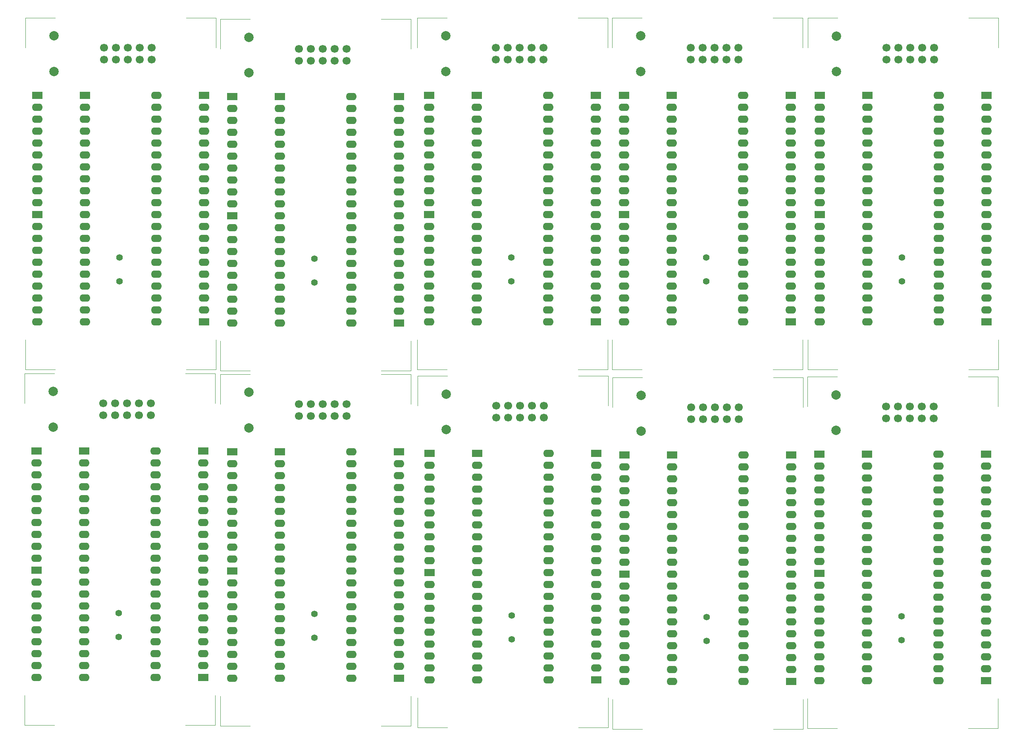
<source format=gbs>
G04 (created by PCBNEW (2013-07-07 BZR 4022)-stable) date 3/29/2015 8:23:09 PM*
%MOIN*%
G04 Gerber Fmt 3.4, Leading zero omitted, Abs format*
%FSLAX34Y34*%
G01*
G70*
G90*
G04 APERTURE LIST*
%ADD10C,0.00590551*%
%ADD11C,0.00393701*%
%ADD12C,0.0669291*%
%ADD13R,0.09X0.062*%
%ADD14O,0.09X0.062*%
%ADD15C,0.056*%
%ADD16C,0.0787402*%
G04 APERTURE END LIST*
G54D10*
G54D11*
X75601Y-24995D02*
X75601Y-27495D01*
X75601Y-24995D02*
X78101Y-24995D01*
X91601Y-24995D02*
X91601Y-27495D01*
X91601Y-24995D02*
X89101Y-24995D01*
X75601Y-54495D02*
X78101Y-54495D01*
X75601Y-54495D02*
X75601Y-51995D01*
X91601Y-54495D02*
X89101Y-54495D01*
X91601Y-54495D02*
X91601Y-51995D01*
X91947Y-24989D02*
X91947Y-27489D01*
X91947Y-24989D02*
X94447Y-24989D01*
X107947Y-24989D02*
X107947Y-27489D01*
X107947Y-24989D02*
X105447Y-24989D01*
X91947Y-54489D02*
X94447Y-54489D01*
X91947Y-54489D02*
X91947Y-51989D01*
X107947Y-54489D02*
X105447Y-54489D01*
X107947Y-54489D02*
X107947Y-51989D01*
X91985Y-55141D02*
X91985Y-57641D01*
X91985Y-55141D02*
X94485Y-55141D01*
X107985Y-55141D02*
X107985Y-57641D01*
X107985Y-55141D02*
X105485Y-55141D01*
X91985Y-84641D02*
X94485Y-84641D01*
X91985Y-84641D02*
X91985Y-82141D01*
X107985Y-84641D02*
X105485Y-84641D01*
X107985Y-84641D02*
X107985Y-82141D01*
X75632Y-55035D02*
X75632Y-57535D01*
X75632Y-55035D02*
X78132Y-55035D01*
X91632Y-55035D02*
X91632Y-57535D01*
X91632Y-55035D02*
X89132Y-55035D01*
X75632Y-84535D02*
X78132Y-84535D01*
X75632Y-84535D02*
X75632Y-82035D01*
X91632Y-84535D02*
X89132Y-84535D01*
X91632Y-84535D02*
X91632Y-82035D01*
X42622Y-54822D02*
X42622Y-57322D01*
X42622Y-54822D02*
X45122Y-54822D01*
X58622Y-54822D02*
X58622Y-57322D01*
X58622Y-54822D02*
X56122Y-54822D01*
X42622Y-84322D02*
X45122Y-84322D01*
X42622Y-84322D02*
X42622Y-81822D01*
X58622Y-84322D02*
X56122Y-84322D01*
X58622Y-84322D02*
X58622Y-81822D01*
X59055Y-54895D02*
X59055Y-57395D01*
X59055Y-54895D02*
X61555Y-54895D01*
X75055Y-54895D02*
X75055Y-57395D01*
X75055Y-54895D02*
X72555Y-54895D01*
X59055Y-84395D02*
X61555Y-84395D01*
X59055Y-84395D02*
X59055Y-81895D01*
X75055Y-84395D02*
X72555Y-84395D01*
X75055Y-84395D02*
X75055Y-81895D01*
X42679Y-24995D02*
X42679Y-27495D01*
X42679Y-24995D02*
X45179Y-24995D01*
X58679Y-24995D02*
X58679Y-27495D01*
X58679Y-24995D02*
X56179Y-24995D01*
X42679Y-54495D02*
X45179Y-54495D01*
X42679Y-54495D02*
X42679Y-51995D01*
X58679Y-54495D02*
X56179Y-54495D01*
X58679Y-54495D02*
X58679Y-51995D01*
X59050Y-25100D02*
X59050Y-27600D01*
X59050Y-25100D02*
X61550Y-25100D01*
X75050Y-25100D02*
X75050Y-27600D01*
X75050Y-25100D02*
X72550Y-25100D01*
X59050Y-54600D02*
X61550Y-54600D01*
X59050Y-54600D02*
X59050Y-52100D01*
X75050Y-54600D02*
X72550Y-54600D01*
X75050Y-54600D02*
X75050Y-52100D01*
X108350Y-55100D02*
X108350Y-57600D01*
X108350Y-55100D02*
X110850Y-55100D01*
X124350Y-55100D02*
X124350Y-57600D01*
X124350Y-55100D02*
X121850Y-55100D01*
X108350Y-84600D02*
X110850Y-84600D01*
X108350Y-84600D02*
X108350Y-82100D01*
X124350Y-84600D02*
X121850Y-84600D01*
X124350Y-84600D02*
X124350Y-82100D01*
X108400Y-25000D02*
X108400Y-27500D01*
X108400Y-25000D02*
X110900Y-25000D01*
X124400Y-25000D02*
X124400Y-27500D01*
X124400Y-25000D02*
X121900Y-25000D01*
X108400Y-54500D02*
X110900Y-54500D01*
X108400Y-54500D02*
X108400Y-52000D01*
X124400Y-54500D02*
X121900Y-54500D01*
X124400Y-54500D02*
X124400Y-52000D01*
G54D12*
X82201Y-28495D03*
X82201Y-27495D03*
X83201Y-28495D03*
X83201Y-27495D03*
X84201Y-28495D03*
X84201Y-27495D03*
X85201Y-28495D03*
X85201Y-27495D03*
X86201Y-28495D03*
X86201Y-27495D03*
G54D13*
X76601Y-31495D03*
G54D14*
X76601Y-32495D03*
X76601Y-33495D03*
X76601Y-34495D03*
X76601Y-35495D03*
X76601Y-36495D03*
X76601Y-37495D03*
X76601Y-38495D03*
X76601Y-39495D03*
X76601Y-40495D03*
G54D13*
X90601Y-31495D03*
G54D14*
X90601Y-32495D03*
X90601Y-33495D03*
X90601Y-34495D03*
X90601Y-35495D03*
X90601Y-36495D03*
X90601Y-37495D03*
X90601Y-38495D03*
X90601Y-39495D03*
X90601Y-40495D03*
G54D15*
X83501Y-47095D03*
X83501Y-45095D03*
G54D13*
X80601Y-31495D03*
G54D14*
X80601Y-32495D03*
X80601Y-33495D03*
X80601Y-34495D03*
X80601Y-35495D03*
X80601Y-36495D03*
X80601Y-37495D03*
X80601Y-38495D03*
X80601Y-39495D03*
X80601Y-40495D03*
X80601Y-41495D03*
X80601Y-42495D03*
X80601Y-43495D03*
X80601Y-44495D03*
X80601Y-45495D03*
X80601Y-46495D03*
X80601Y-47495D03*
X80601Y-48495D03*
X80601Y-49495D03*
X80601Y-50495D03*
X86601Y-50495D03*
X86601Y-49495D03*
X86601Y-48495D03*
X86601Y-47495D03*
X86601Y-46495D03*
X86601Y-45495D03*
X86601Y-44495D03*
X86601Y-43495D03*
X86601Y-42495D03*
X86601Y-41495D03*
X86601Y-40495D03*
X86601Y-39495D03*
X86601Y-38495D03*
X86601Y-37495D03*
X86601Y-36495D03*
X86601Y-35495D03*
X86601Y-34495D03*
X86601Y-33495D03*
X86601Y-32495D03*
X86601Y-31495D03*
G54D16*
X77997Y-29495D03*
X78001Y-26499D03*
G54D13*
X76601Y-41495D03*
G54D14*
X76601Y-42495D03*
X76601Y-43495D03*
X76601Y-44495D03*
X76601Y-45495D03*
X76601Y-46495D03*
X76601Y-47495D03*
X76601Y-48495D03*
X76601Y-49495D03*
X76601Y-50495D03*
G54D13*
X90601Y-50495D03*
G54D14*
X90601Y-49495D03*
X90601Y-48495D03*
X90601Y-47495D03*
X90601Y-46495D03*
X90601Y-45495D03*
X90601Y-44495D03*
X90601Y-43495D03*
X90601Y-42495D03*
X90601Y-41495D03*
G54D12*
X98547Y-28489D03*
X98547Y-27489D03*
X99547Y-28489D03*
X99547Y-27489D03*
X100547Y-28489D03*
X100547Y-27489D03*
X101547Y-28489D03*
X101547Y-27489D03*
X102547Y-28489D03*
X102547Y-27489D03*
G54D13*
X92947Y-31489D03*
G54D14*
X92947Y-32489D03*
X92947Y-33489D03*
X92947Y-34489D03*
X92947Y-35489D03*
X92947Y-36489D03*
X92947Y-37489D03*
X92947Y-38489D03*
X92947Y-39489D03*
X92947Y-40489D03*
G54D13*
X106947Y-31489D03*
G54D14*
X106947Y-32489D03*
X106947Y-33489D03*
X106947Y-34489D03*
X106947Y-35489D03*
X106947Y-36489D03*
X106947Y-37489D03*
X106947Y-38489D03*
X106947Y-39489D03*
X106947Y-40489D03*
G54D15*
X99847Y-47089D03*
X99847Y-45089D03*
G54D13*
X96947Y-31489D03*
G54D14*
X96947Y-32489D03*
X96947Y-33489D03*
X96947Y-34489D03*
X96947Y-35489D03*
X96947Y-36489D03*
X96947Y-37489D03*
X96947Y-38489D03*
X96947Y-39489D03*
X96947Y-40489D03*
X96947Y-41489D03*
X96947Y-42489D03*
X96947Y-43489D03*
X96947Y-44489D03*
X96947Y-45489D03*
X96947Y-46489D03*
X96947Y-47489D03*
X96947Y-48489D03*
X96947Y-49489D03*
X96947Y-50489D03*
X102947Y-50489D03*
X102947Y-49489D03*
X102947Y-48489D03*
X102947Y-47489D03*
X102947Y-46489D03*
X102947Y-45489D03*
X102947Y-44489D03*
X102947Y-43489D03*
X102947Y-42489D03*
X102947Y-41489D03*
X102947Y-40489D03*
X102947Y-39489D03*
X102947Y-38489D03*
X102947Y-37489D03*
X102947Y-36489D03*
X102947Y-35489D03*
X102947Y-34489D03*
X102947Y-33489D03*
X102947Y-32489D03*
X102947Y-31489D03*
G54D16*
X94343Y-29489D03*
X94347Y-26493D03*
G54D13*
X92947Y-41489D03*
G54D14*
X92947Y-42489D03*
X92947Y-43489D03*
X92947Y-44489D03*
X92947Y-45489D03*
X92947Y-46489D03*
X92947Y-47489D03*
X92947Y-48489D03*
X92947Y-49489D03*
X92947Y-50489D03*
G54D13*
X106947Y-50489D03*
G54D14*
X106947Y-49489D03*
X106947Y-48489D03*
X106947Y-47489D03*
X106947Y-46489D03*
X106947Y-45489D03*
X106947Y-44489D03*
X106947Y-43489D03*
X106947Y-42489D03*
X106947Y-41489D03*
G54D12*
X98585Y-58641D03*
X98585Y-57641D03*
X99585Y-58641D03*
X99585Y-57641D03*
X100585Y-58641D03*
X100585Y-57641D03*
X101585Y-58641D03*
X101585Y-57641D03*
X102585Y-58641D03*
X102585Y-57641D03*
G54D13*
X92985Y-61641D03*
G54D14*
X92985Y-62641D03*
X92985Y-63641D03*
X92985Y-64641D03*
X92985Y-65641D03*
X92985Y-66641D03*
X92985Y-67641D03*
X92985Y-68641D03*
X92985Y-69641D03*
X92985Y-70641D03*
G54D13*
X106985Y-61641D03*
G54D14*
X106985Y-62641D03*
X106985Y-63641D03*
X106985Y-64641D03*
X106985Y-65641D03*
X106985Y-66641D03*
X106985Y-67641D03*
X106985Y-68641D03*
X106985Y-69641D03*
X106985Y-70641D03*
G54D15*
X99885Y-77241D03*
X99885Y-75241D03*
G54D13*
X96985Y-61641D03*
G54D14*
X96985Y-62641D03*
X96985Y-63641D03*
X96985Y-64641D03*
X96985Y-65641D03*
X96985Y-66641D03*
X96985Y-67641D03*
X96985Y-68641D03*
X96985Y-69641D03*
X96985Y-70641D03*
X96985Y-71641D03*
X96985Y-72641D03*
X96985Y-73641D03*
X96985Y-74641D03*
X96985Y-75641D03*
X96985Y-76641D03*
X96985Y-77641D03*
X96985Y-78641D03*
X96985Y-79641D03*
X96985Y-80641D03*
X102985Y-80641D03*
X102985Y-79641D03*
X102985Y-78641D03*
X102985Y-77641D03*
X102985Y-76641D03*
X102985Y-75641D03*
X102985Y-74641D03*
X102985Y-73641D03*
X102985Y-72641D03*
X102985Y-71641D03*
X102985Y-70641D03*
X102985Y-69641D03*
X102985Y-68641D03*
X102985Y-67641D03*
X102985Y-66641D03*
X102985Y-65641D03*
X102985Y-64641D03*
X102985Y-63641D03*
X102985Y-62641D03*
X102985Y-61641D03*
G54D16*
X94381Y-59641D03*
X94385Y-56645D03*
G54D13*
X92985Y-71641D03*
G54D14*
X92985Y-72641D03*
X92985Y-73641D03*
X92985Y-74641D03*
X92985Y-75641D03*
X92985Y-76641D03*
X92985Y-77641D03*
X92985Y-78641D03*
X92985Y-79641D03*
X92985Y-80641D03*
G54D13*
X106985Y-80641D03*
G54D14*
X106985Y-79641D03*
X106985Y-78641D03*
X106985Y-77641D03*
X106985Y-76641D03*
X106985Y-75641D03*
X106985Y-74641D03*
X106985Y-73641D03*
X106985Y-72641D03*
X106985Y-71641D03*
G54D12*
X82232Y-58535D03*
X82232Y-57535D03*
X83232Y-58535D03*
X83232Y-57535D03*
X84232Y-58535D03*
X84232Y-57535D03*
X85232Y-58535D03*
X85232Y-57535D03*
X86232Y-58535D03*
X86232Y-57535D03*
G54D13*
X76632Y-61535D03*
G54D14*
X76632Y-62535D03*
X76632Y-63535D03*
X76632Y-64535D03*
X76632Y-65535D03*
X76632Y-66535D03*
X76632Y-67535D03*
X76632Y-68535D03*
X76632Y-69535D03*
X76632Y-70535D03*
G54D13*
X90632Y-61535D03*
G54D14*
X90632Y-62535D03*
X90632Y-63535D03*
X90632Y-64535D03*
X90632Y-65535D03*
X90632Y-66535D03*
X90632Y-67535D03*
X90632Y-68535D03*
X90632Y-69535D03*
X90632Y-70535D03*
G54D15*
X83532Y-77135D03*
X83532Y-75135D03*
G54D13*
X80632Y-61535D03*
G54D14*
X80632Y-62535D03*
X80632Y-63535D03*
X80632Y-64535D03*
X80632Y-65535D03*
X80632Y-66535D03*
X80632Y-67535D03*
X80632Y-68535D03*
X80632Y-69535D03*
X80632Y-70535D03*
X80632Y-71535D03*
X80632Y-72535D03*
X80632Y-73535D03*
X80632Y-74535D03*
X80632Y-75535D03*
X80632Y-76535D03*
X80632Y-77535D03*
X80632Y-78535D03*
X80632Y-79535D03*
X80632Y-80535D03*
X86632Y-80535D03*
X86632Y-79535D03*
X86632Y-78535D03*
X86632Y-77535D03*
X86632Y-76535D03*
X86632Y-75535D03*
X86632Y-74535D03*
X86632Y-73535D03*
X86632Y-72535D03*
X86632Y-71535D03*
X86632Y-70535D03*
X86632Y-69535D03*
X86632Y-68535D03*
X86632Y-67535D03*
X86632Y-66535D03*
X86632Y-65535D03*
X86632Y-64535D03*
X86632Y-63535D03*
X86632Y-62535D03*
X86632Y-61535D03*
G54D16*
X78028Y-59535D03*
X78032Y-56539D03*
G54D13*
X76632Y-71535D03*
G54D14*
X76632Y-72535D03*
X76632Y-73535D03*
X76632Y-74535D03*
X76632Y-75535D03*
X76632Y-76535D03*
X76632Y-77535D03*
X76632Y-78535D03*
X76632Y-79535D03*
X76632Y-80535D03*
G54D13*
X90632Y-80535D03*
G54D14*
X90632Y-79535D03*
X90632Y-78535D03*
X90632Y-77535D03*
X90632Y-76535D03*
X90632Y-75535D03*
X90632Y-74535D03*
X90632Y-73535D03*
X90632Y-72535D03*
X90632Y-71535D03*
G54D12*
X49222Y-58322D03*
X49222Y-57322D03*
X50222Y-58322D03*
X50222Y-57322D03*
X51222Y-58322D03*
X51222Y-57322D03*
X52222Y-58322D03*
X52222Y-57322D03*
X53222Y-58322D03*
X53222Y-57322D03*
G54D13*
X43622Y-61322D03*
G54D14*
X43622Y-62322D03*
X43622Y-63322D03*
X43622Y-64322D03*
X43622Y-65322D03*
X43622Y-66322D03*
X43622Y-67322D03*
X43622Y-68322D03*
X43622Y-69322D03*
X43622Y-70322D03*
G54D13*
X57622Y-61322D03*
G54D14*
X57622Y-62322D03*
X57622Y-63322D03*
X57622Y-64322D03*
X57622Y-65322D03*
X57622Y-66322D03*
X57622Y-67322D03*
X57622Y-68322D03*
X57622Y-69322D03*
X57622Y-70322D03*
G54D15*
X50522Y-76922D03*
X50522Y-74922D03*
G54D13*
X47622Y-61322D03*
G54D14*
X47622Y-62322D03*
X47622Y-63322D03*
X47622Y-64322D03*
X47622Y-65322D03*
X47622Y-66322D03*
X47622Y-67322D03*
X47622Y-68322D03*
X47622Y-69322D03*
X47622Y-70322D03*
X47622Y-71322D03*
X47622Y-72322D03*
X47622Y-73322D03*
X47622Y-74322D03*
X47622Y-75322D03*
X47622Y-76322D03*
X47622Y-77322D03*
X47622Y-78322D03*
X47622Y-79322D03*
X47622Y-80322D03*
X53622Y-80322D03*
X53622Y-79322D03*
X53622Y-78322D03*
X53622Y-77322D03*
X53622Y-76322D03*
X53622Y-75322D03*
X53622Y-74322D03*
X53622Y-73322D03*
X53622Y-72322D03*
X53622Y-71322D03*
X53622Y-70322D03*
X53622Y-69322D03*
X53622Y-68322D03*
X53622Y-67322D03*
X53622Y-66322D03*
X53622Y-65322D03*
X53622Y-64322D03*
X53622Y-63322D03*
X53622Y-62322D03*
X53622Y-61322D03*
G54D16*
X45018Y-59322D03*
X45022Y-56326D03*
G54D13*
X43622Y-71322D03*
G54D14*
X43622Y-72322D03*
X43622Y-73322D03*
X43622Y-74322D03*
X43622Y-75322D03*
X43622Y-76322D03*
X43622Y-77322D03*
X43622Y-78322D03*
X43622Y-79322D03*
X43622Y-80322D03*
G54D13*
X57622Y-80322D03*
G54D14*
X57622Y-79322D03*
X57622Y-78322D03*
X57622Y-77322D03*
X57622Y-76322D03*
X57622Y-75322D03*
X57622Y-74322D03*
X57622Y-73322D03*
X57622Y-72322D03*
X57622Y-71322D03*
G54D12*
X65655Y-58395D03*
X65655Y-57395D03*
X66655Y-58395D03*
X66655Y-57395D03*
X67655Y-58395D03*
X67655Y-57395D03*
X68655Y-58395D03*
X68655Y-57395D03*
X69655Y-58395D03*
X69655Y-57395D03*
G54D13*
X60055Y-61395D03*
G54D14*
X60055Y-62395D03*
X60055Y-63395D03*
X60055Y-64395D03*
X60055Y-65395D03*
X60055Y-66395D03*
X60055Y-67395D03*
X60055Y-68395D03*
X60055Y-69395D03*
X60055Y-70395D03*
G54D13*
X74055Y-61395D03*
G54D14*
X74055Y-62395D03*
X74055Y-63395D03*
X74055Y-64395D03*
X74055Y-65395D03*
X74055Y-66395D03*
X74055Y-67395D03*
X74055Y-68395D03*
X74055Y-69395D03*
X74055Y-70395D03*
G54D15*
X66955Y-76995D03*
X66955Y-74995D03*
G54D13*
X64055Y-61395D03*
G54D14*
X64055Y-62395D03*
X64055Y-63395D03*
X64055Y-64395D03*
X64055Y-65395D03*
X64055Y-66395D03*
X64055Y-67395D03*
X64055Y-68395D03*
X64055Y-69395D03*
X64055Y-70395D03*
X64055Y-71395D03*
X64055Y-72395D03*
X64055Y-73395D03*
X64055Y-74395D03*
X64055Y-75395D03*
X64055Y-76395D03*
X64055Y-77395D03*
X64055Y-78395D03*
X64055Y-79395D03*
X64055Y-80395D03*
X70055Y-80395D03*
X70055Y-79395D03*
X70055Y-78395D03*
X70055Y-77395D03*
X70055Y-76395D03*
X70055Y-75395D03*
X70055Y-74395D03*
X70055Y-73395D03*
X70055Y-72395D03*
X70055Y-71395D03*
X70055Y-70395D03*
X70055Y-69395D03*
X70055Y-68395D03*
X70055Y-67395D03*
X70055Y-66395D03*
X70055Y-65395D03*
X70055Y-64395D03*
X70055Y-63395D03*
X70055Y-62395D03*
X70055Y-61395D03*
G54D16*
X61451Y-59395D03*
X61455Y-56399D03*
G54D13*
X60055Y-71395D03*
G54D14*
X60055Y-72395D03*
X60055Y-73395D03*
X60055Y-74395D03*
X60055Y-75395D03*
X60055Y-76395D03*
X60055Y-77395D03*
X60055Y-78395D03*
X60055Y-79395D03*
X60055Y-80395D03*
G54D13*
X74055Y-80395D03*
G54D14*
X74055Y-79395D03*
X74055Y-78395D03*
X74055Y-77395D03*
X74055Y-76395D03*
X74055Y-75395D03*
X74055Y-74395D03*
X74055Y-73395D03*
X74055Y-72395D03*
X74055Y-71395D03*
G54D12*
X49279Y-28495D03*
X49279Y-27495D03*
X50279Y-28495D03*
X50279Y-27495D03*
X51279Y-28495D03*
X51279Y-27495D03*
X52279Y-28495D03*
X52279Y-27495D03*
X53279Y-28495D03*
X53279Y-27495D03*
G54D13*
X43679Y-31495D03*
G54D14*
X43679Y-32495D03*
X43679Y-33495D03*
X43679Y-34495D03*
X43679Y-35495D03*
X43679Y-36495D03*
X43679Y-37495D03*
X43679Y-38495D03*
X43679Y-39495D03*
X43679Y-40495D03*
G54D13*
X57679Y-31495D03*
G54D14*
X57679Y-32495D03*
X57679Y-33495D03*
X57679Y-34495D03*
X57679Y-35495D03*
X57679Y-36495D03*
X57679Y-37495D03*
X57679Y-38495D03*
X57679Y-39495D03*
X57679Y-40495D03*
G54D15*
X50579Y-47095D03*
X50579Y-45095D03*
G54D13*
X47679Y-31495D03*
G54D14*
X47679Y-32495D03*
X47679Y-33495D03*
X47679Y-34495D03*
X47679Y-35495D03*
X47679Y-36495D03*
X47679Y-37495D03*
X47679Y-38495D03*
X47679Y-39495D03*
X47679Y-40495D03*
X47679Y-41495D03*
X47679Y-42495D03*
X47679Y-43495D03*
X47679Y-44495D03*
X47679Y-45495D03*
X47679Y-46495D03*
X47679Y-47495D03*
X47679Y-48495D03*
X47679Y-49495D03*
X47679Y-50495D03*
X53679Y-50495D03*
X53679Y-49495D03*
X53679Y-48495D03*
X53679Y-47495D03*
X53679Y-46495D03*
X53679Y-45495D03*
X53679Y-44495D03*
X53679Y-43495D03*
X53679Y-42495D03*
X53679Y-41495D03*
X53679Y-40495D03*
X53679Y-39495D03*
X53679Y-38495D03*
X53679Y-37495D03*
X53679Y-36495D03*
X53679Y-35495D03*
X53679Y-34495D03*
X53679Y-33495D03*
X53679Y-32495D03*
X53679Y-31495D03*
G54D16*
X45075Y-29495D03*
X45079Y-26499D03*
G54D13*
X43679Y-41495D03*
G54D14*
X43679Y-42495D03*
X43679Y-43495D03*
X43679Y-44495D03*
X43679Y-45495D03*
X43679Y-46495D03*
X43679Y-47495D03*
X43679Y-48495D03*
X43679Y-49495D03*
X43679Y-50495D03*
G54D13*
X57679Y-50495D03*
G54D14*
X57679Y-49495D03*
X57679Y-48495D03*
X57679Y-47495D03*
X57679Y-46495D03*
X57679Y-45495D03*
X57679Y-44495D03*
X57679Y-43495D03*
X57679Y-42495D03*
X57679Y-41495D03*
G54D12*
X65650Y-28600D03*
X65650Y-27600D03*
X66650Y-28600D03*
X66650Y-27600D03*
X67650Y-28600D03*
X67650Y-27600D03*
X68650Y-28600D03*
X68650Y-27600D03*
X69650Y-28600D03*
X69650Y-27600D03*
G54D13*
X60050Y-31600D03*
G54D14*
X60050Y-32600D03*
X60050Y-33600D03*
X60050Y-34600D03*
X60050Y-35600D03*
X60050Y-36600D03*
X60050Y-37600D03*
X60050Y-38600D03*
X60050Y-39600D03*
X60050Y-40600D03*
G54D13*
X74050Y-31600D03*
G54D14*
X74050Y-32600D03*
X74050Y-33600D03*
X74050Y-34600D03*
X74050Y-35600D03*
X74050Y-36600D03*
X74050Y-37600D03*
X74050Y-38600D03*
X74050Y-39600D03*
X74050Y-40600D03*
G54D15*
X66950Y-47200D03*
X66950Y-45200D03*
G54D13*
X64050Y-31600D03*
G54D14*
X64050Y-32600D03*
X64050Y-33600D03*
X64050Y-34600D03*
X64050Y-35600D03*
X64050Y-36600D03*
X64050Y-37600D03*
X64050Y-38600D03*
X64050Y-39600D03*
X64050Y-40600D03*
X64050Y-41600D03*
X64050Y-42600D03*
X64050Y-43600D03*
X64050Y-44600D03*
X64050Y-45600D03*
X64050Y-46600D03*
X64050Y-47600D03*
X64050Y-48600D03*
X64050Y-49600D03*
X64050Y-50600D03*
X70050Y-50600D03*
X70050Y-49600D03*
X70050Y-48600D03*
X70050Y-47600D03*
X70050Y-46600D03*
X70050Y-45600D03*
X70050Y-44600D03*
X70050Y-43600D03*
X70050Y-42600D03*
X70050Y-41600D03*
X70050Y-40600D03*
X70050Y-39600D03*
X70050Y-38600D03*
X70050Y-37600D03*
X70050Y-36600D03*
X70050Y-35600D03*
X70050Y-34600D03*
X70050Y-33600D03*
X70050Y-32600D03*
X70050Y-31600D03*
G54D16*
X61446Y-29600D03*
X61450Y-26604D03*
G54D13*
X60050Y-41600D03*
G54D14*
X60050Y-42600D03*
X60050Y-43600D03*
X60050Y-44600D03*
X60050Y-45600D03*
X60050Y-46600D03*
X60050Y-47600D03*
X60050Y-48600D03*
X60050Y-49600D03*
X60050Y-50600D03*
G54D13*
X74050Y-50600D03*
G54D14*
X74050Y-49600D03*
X74050Y-48600D03*
X74050Y-47600D03*
X74050Y-46600D03*
X74050Y-45600D03*
X74050Y-44600D03*
X74050Y-43600D03*
X74050Y-42600D03*
X74050Y-41600D03*
G54D12*
X114950Y-58600D03*
X114950Y-57600D03*
X115950Y-58600D03*
X115950Y-57600D03*
X116950Y-58600D03*
X116950Y-57600D03*
X117950Y-58600D03*
X117950Y-57600D03*
X118950Y-58600D03*
X118950Y-57600D03*
G54D13*
X109350Y-61600D03*
G54D14*
X109350Y-62600D03*
X109350Y-63600D03*
X109350Y-64600D03*
X109350Y-65600D03*
X109350Y-66600D03*
X109350Y-67600D03*
X109350Y-68600D03*
X109350Y-69600D03*
X109350Y-70600D03*
G54D13*
X123350Y-61600D03*
G54D14*
X123350Y-62600D03*
X123350Y-63600D03*
X123350Y-64600D03*
X123350Y-65600D03*
X123350Y-66600D03*
X123350Y-67600D03*
X123350Y-68600D03*
X123350Y-69600D03*
X123350Y-70600D03*
G54D15*
X116250Y-77200D03*
X116250Y-75200D03*
G54D13*
X113350Y-61600D03*
G54D14*
X113350Y-62600D03*
X113350Y-63600D03*
X113350Y-64600D03*
X113350Y-65600D03*
X113350Y-66600D03*
X113350Y-67600D03*
X113350Y-68600D03*
X113350Y-69600D03*
X113350Y-70600D03*
X113350Y-71600D03*
X113350Y-72600D03*
X113350Y-73600D03*
X113350Y-74600D03*
X113350Y-75600D03*
X113350Y-76600D03*
X113350Y-77600D03*
X113350Y-78600D03*
X113350Y-79600D03*
X113350Y-80600D03*
X119350Y-80600D03*
X119350Y-79600D03*
X119350Y-78600D03*
X119350Y-77600D03*
X119350Y-76600D03*
X119350Y-75600D03*
X119350Y-74600D03*
X119350Y-73600D03*
X119350Y-72600D03*
X119350Y-71600D03*
X119350Y-70600D03*
X119350Y-69600D03*
X119350Y-68600D03*
X119350Y-67600D03*
X119350Y-66600D03*
X119350Y-65600D03*
X119350Y-64600D03*
X119350Y-63600D03*
X119350Y-62600D03*
X119350Y-61600D03*
G54D16*
X110746Y-59600D03*
X110750Y-56604D03*
G54D13*
X109350Y-71600D03*
G54D14*
X109350Y-72600D03*
X109350Y-73600D03*
X109350Y-74600D03*
X109350Y-75600D03*
X109350Y-76600D03*
X109350Y-77600D03*
X109350Y-78600D03*
X109350Y-79600D03*
X109350Y-80600D03*
G54D13*
X123350Y-80600D03*
G54D14*
X123350Y-79600D03*
X123350Y-78600D03*
X123350Y-77600D03*
X123350Y-76600D03*
X123350Y-75600D03*
X123350Y-74600D03*
X123350Y-73600D03*
X123350Y-72600D03*
X123350Y-71600D03*
G54D12*
X115000Y-28500D03*
X115000Y-27500D03*
X116000Y-28500D03*
X116000Y-27500D03*
X117000Y-28500D03*
X117000Y-27500D03*
X118000Y-28500D03*
X118000Y-27500D03*
X119000Y-28500D03*
X119000Y-27500D03*
G54D13*
X109400Y-31500D03*
G54D14*
X109400Y-32500D03*
X109400Y-33500D03*
X109400Y-34500D03*
X109400Y-35500D03*
X109400Y-36500D03*
X109400Y-37500D03*
X109400Y-38500D03*
X109400Y-39500D03*
X109400Y-40500D03*
G54D13*
X123400Y-31500D03*
G54D14*
X123400Y-32500D03*
X123400Y-33500D03*
X123400Y-34500D03*
X123400Y-35500D03*
X123400Y-36500D03*
X123400Y-37500D03*
X123400Y-38500D03*
X123400Y-39500D03*
X123400Y-40500D03*
G54D15*
X116300Y-47100D03*
X116300Y-45100D03*
G54D13*
X113400Y-31500D03*
G54D14*
X113400Y-32500D03*
X113400Y-33500D03*
X113400Y-34500D03*
X113400Y-35500D03*
X113400Y-36500D03*
X113400Y-37500D03*
X113400Y-38500D03*
X113400Y-39500D03*
X113400Y-40500D03*
X113400Y-41500D03*
X113400Y-42500D03*
X113400Y-43500D03*
X113400Y-44500D03*
X113400Y-45500D03*
X113400Y-46500D03*
X113400Y-47500D03*
X113400Y-48500D03*
X113400Y-49500D03*
X113400Y-50500D03*
X119400Y-50500D03*
X119400Y-49500D03*
X119400Y-48500D03*
X119400Y-47500D03*
X119400Y-46500D03*
X119400Y-45500D03*
X119400Y-44500D03*
X119400Y-43500D03*
X119400Y-42500D03*
X119400Y-41500D03*
X119400Y-40500D03*
X119400Y-39500D03*
X119400Y-38500D03*
X119400Y-37500D03*
X119400Y-36500D03*
X119400Y-35500D03*
X119400Y-34500D03*
X119400Y-33500D03*
X119400Y-32500D03*
X119400Y-31500D03*
G54D16*
X110796Y-29500D03*
X110800Y-26504D03*
G54D13*
X109400Y-41500D03*
G54D14*
X109400Y-42500D03*
X109400Y-43500D03*
X109400Y-44500D03*
X109400Y-45500D03*
X109400Y-46500D03*
X109400Y-47500D03*
X109400Y-48500D03*
X109400Y-49500D03*
X109400Y-50500D03*
G54D13*
X123400Y-50500D03*
G54D14*
X123400Y-49500D03*
X123400Y-48500D03*
X123400Y-47500D03*
X123400Y-46500D03*
X123400Y-45500D03*
X123400Y-44500D03*
X123400Y-43500D03*
X123400Y-42500D03*
X123400Y-41500D03*
M02*

</source>
